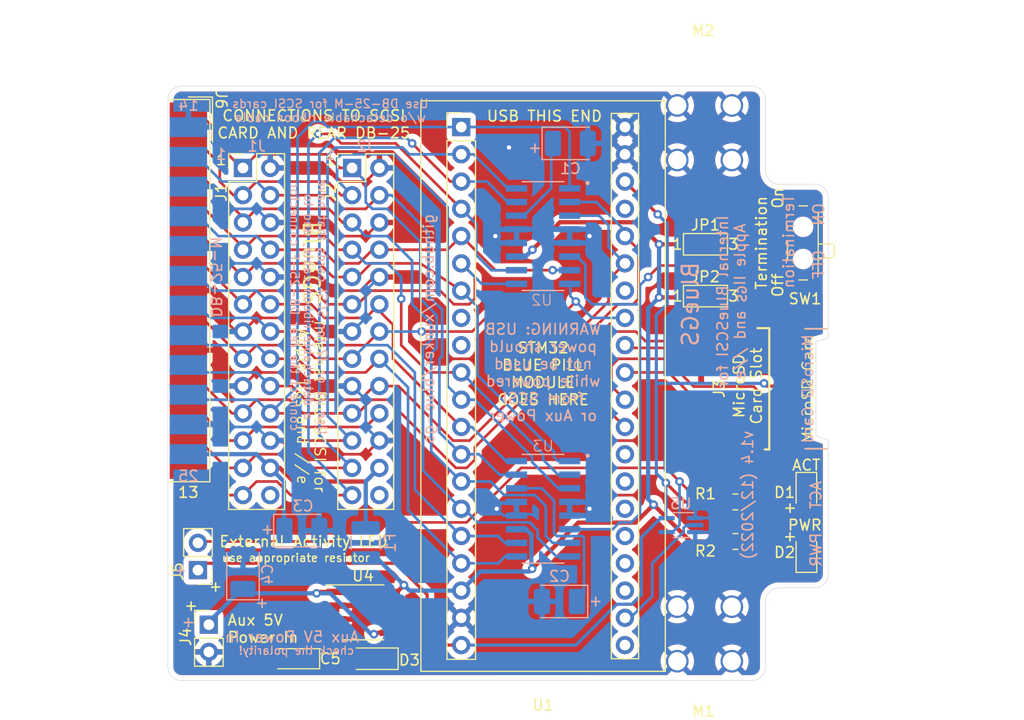
<source format=kicad_pcb>
(kicad_pcb (version 20211014) (generator pcbnew)
  (layers (0 "F.Cu" signal) (31 "B.Cu" signal) (34 "B.Paste" user) (35 "F.Paste" user) (36 "B.SilkS" user "B.Silkscreen") (37 "F.SilkS" user "F.Silkscreen") (38 "B.Mask" user) (39 "F.Mask" user) (44 "Edge.Cuts" user))
  (net 0 "")
  (net 12 "+5V")
  (net 13 "GND")
  (net 14 "/SCSI_DB4")
  (net 15 "/SCSI_DB2")
  (net 16 "/SCSI_DB1")
  (net 17 "/SCSI_DBP")
  (net 18 "/SCSI_SEL")
  (net 19 "/SCSI_ATN")
  (net 20 "/SCSI_C_D")
  (net 21 "/SCSI_DB7")
  (net 22 "/SCSI_DB6")
  (net 23 "/SCSI_DB5")
  (net 24 "/SCSI_DB3")
  (net 25 "/SCSI_DB0")
  (net 26 "/SCSI_BSY")
  (net 27 "/SCSI_ACK")
  (net 28 "/SCSI_RST")
  (net 29 "/SCSI_I_O")
  (net 30 "/SCSI_MSG")
  (net 31 "/SCSI_REQ")
  (net 32 "/SD_MISO")
  (net 33 "/SD_CSK")
  (net 34 "+3V3")
  (net 35 "/SD_MOSI")
  (net 36 "/SD_CS")
  (net 39 "Net-(D2-Pad2)")
  (net 40 "Net-(C1-Pad1)")
  (net 41 "Net-(C2-Pad1)")
  (net 42 "/TERM_DISC")
  (net 43 "Net-(D1-Pad1)")
  (net 44 "/DEBUG_RX")
  (net 45 "/DEBUG_TX")
  (net 46 "/+5V_AUX")
  (net 47 "Net-(C5-Pad1)")
  (net 48 "/TERM_EN")
  (net 49 "/TERM_DIS")
  (net 50 "/DISK_ACT")
  (net 51 "/SCSI_TERMPWR")
  (net 52 "Net-(D1-Pad2)")
  (footprint "my library:YAAJ_BluePill_2" (layer "F.Cu") (at 152.4 50.8)
    (fp_text reference "U1")
    (fp_text value "YAAJ_BluePill" hide)
  )
  (footprint "Button_Switch_SMD:SW_SPDT_PCM12" (layer "F.Cu") (at 183.896 61.595 90)
    (fp_text reference "SW1")
    (fp_text value "SW_SPDT")
  )
  (footprint "Resistor_SMD:R_0805_2012Metric_Pad1.20x1.40mm_HandSolder" (layer "F.Cu") (at 177.927 89.408 180)
    (fp_text reference "R2")
    (fp_text value "1K")
  )
  (footprint "LED_SMD:LED_0805_2012Metric_Pad1.15x1.40mm_HandSolder" (layer "F.Cu") (at 184.531 84.836 -90)
    (fp_text reference "D1")
    (fp_text value "LED")
  )
  (footprint "Jumper:SolderJumper-3_P1.3mm_Open_Pad1.0x1.5mm_NumberLabels" (layer "F.Cu") (at 175.133 66.548)
    (fp_text reference "JP2")
    (fp_text value "Jumper_3_Open")
  )
  (footprint "Jumper:SolderJumper-3_P1.3mm_Open_Pad1.0x1.5mm_NumberLabels" (layer "F.Cu") (at 175.133 61.722)
    (fp_text reference "JP1")
    (fp_text value "Jumper_3_Open")
  )
  (footprint "Resistor_SMD:R_0805_2012Metric_Pad1.20x1.40mm_HandSolder" (layer "F.Cu") (at 177.927 85.725)
    (fp_text reference "R1")
    (fp_text value "100")
  )
  (footprint "Connector_PinHeader_2.54mm:PinHeader_2x13_P2.54mm_Vertical" (layer "F.Cu") (at 132.08 54.61)
    (fp_text reference "J1")
    (fp_text value "Conn_02x13_Odd_Even")
  )
  (footprint "Connector_PinHeader_2.54mm:PinHeader_2x13_P2.54mm_Vertical" (layer "F.Cu") (at 142.24 54.61)
    (fp_text reference "J2")
    (fp_text value "Conn_02x13_Odd_Even")
  )
  (footprint "Connector_PinHeader_2.54mm:PinHeader_1x02_P2.54mm_Vertical" (layer "F.Cu") (at 128.905 97.155)
    (fp_text reference "J4")
    (fp_text value "Conn_01x02_Male")
  )
  (footprint "Connector_PinHeader_2.54mm:PinHeader_1x02_P2.54mm_Vertical" (layer "F.Cu") (at 127.889 92.075 180)
    (fp_text reference "J5")
    (fp_text value "Conn_01x02_Male")
  )
  (footprint "my library:keystone-7774" (layer "F.Cu") (at 180.771 100.561 180)
    (fp_text reference "M1")
    (fp_text value "Screw_Terminal_01x01")
  )
  (footprint "my library:keystone-7774" (layer "F.Cu") (at 180.771 53.871 180)
    (fp_text reference "M2")
    (fp_text value "Screw_Terminal_01x01")
  )
  (footprint "LED_SMD:LED_0805_2012Metric_Pad1.15x1.40mm_HandSolder" (layer "F.Cu") (at 184.531 90.424 90)
    (fp_text reference "D2")
    (fp_text value "LED")
  )
  (footprint "Molex 105162-0001:105162-0001" (layer "F.Cu") (at 174.625 75.184 90)
    (fp_text reference "J3")
    (fp_text value "105162-0001")
  )
  (footprint "Connector_Dsub:DSUB-25_Male_EdgeMount_P2.77mm" (layer "F.Cu") (at 127 66.04 -90)
    (fp_text reference "J6")
    (fp_text value "DB25_Male")
  )
  (footprint "Diode_SMD:D_SOD-123" (layer "F.Cu") (at 144.272 100.33 180)
    (fp_text reference "D3")
    (fp_text value "Zener 5.6v")
  )
  (footprint "Capacitor_Tantalum_SMD:CP_EIA-3216-10_Kemet-I" (layer "F.Cu") (at 136.906 100.33 180)
    (fp_text reference "C5")
    (fp_text value "0.1uF")
  )
  (footprint "Package_SO:SOIC-8_3.9x4.9mm_P1.27mm" (layer "F.Cu") (at 143.256 96.012)
    (fp_text reference "U4")
    (fp_text value "UCC3916")
  )
  (footprint "Capacitor_Tantalum_SMD:CP_EIA-3528-21_Kemet-B_Pad1.50x2.35mm_HandSolder" (layer "B.Cu") (at 162.56 52.324)
    (fp_text reference "C1")
    (fp_text value "2.2uF, 6.3v")
  )
  (footprint "my library:SOIC127P600X175-16N" (layer "B.Cu") (at 160.02 86.36 180)
    (fp_text reference "U3")
    (fp_text value "UC560x, UCC56xx")
  )
  (footprint "Capacitor_Tantalum_SMD:CP_EIA-3528-21_Kemet-B_Pad1.50x2.35mm_HandSolder" (layer "B.Cu") (at 137.567 88.392)
    (fp_text reference "C3")
    (fp_text value "4.7uF, 6.3v")
  )
  (footprint "Capacitor_Tantalum_SMD:CP_EIA-3528-21_Kemet-B_Pad1.50x2.35mm_HandSolder" (layer "B.Cu") (at 161.544 94.996 180)
    (fp_text reference "C2")
    (fp_text value "2.2uF, 6.3v")
  )
  (footprint "my library:SOIC127P600X175-16N" (layer "B.Cu") (at 160.02 60.96 180)
    (fp_text reference "U2")
    (fp_text value "UC560x, UCC56xx")
  )
  (footprint "Fuse:Fuse_1210_3225Metric" (layer "B.Cu") (at 143.51 89.535 90)
    (fp_text reference "F1")
    (fp_text value "Fuse")
  )
  (footprint "Package_TO_SOT_SMD:SOT-353_SC-70-5_Handsoldering" (layer "B.Cu") (at 172.847 87.884 180)
    (fp_text reference "U5")
    (fp_text value "NL17SZ07DFT2G")
  )
  (footprint "Capacitor_Tantalum_SMD:CP_EIA-3528-21_Kemet-B_Pad1.50x2.35mm_HandSolder" (layer "B.Cu") (at 132.08 92.202 90)
    (fp_text reference "C4")
    (fp_text value "1uF")
  )
  (gr_line (start 184.404 69.596) (end 186.436 69.596) (layer "B.SilkS") (width 0.15))
  (gr_line (start 184.404 80.772) (end 186.436 80.772) (layer "B.SilkS") (width 0.15))
  (gr_line (start 184.404 80.772) (end 186.436 80.772) (layer "F.SilkS") (width 0.15))
  (gr_line (start 184.404 69.596) (end 186.436 69.596) (layer "F.SilkS") (width 0.15))
  (gr_line (start 186.563 79.9465) (end 186.563 92.456) (layer "Edge.Cuts") (width 0.05))
  (gr_line (start 125.095 101.092) (end 125.095 48.26) (layer "Edge.Cuts") (width 0.05))
  (gr_line (start 181.991 56.134) (end 185.293 56.134) (layer "Edge.Cuts") (width 0.05))
  (gr_line (start 180.721 94.996) (end 180.721 101.092) (layer "Edge.Cuts") (width 0.05))
  (gr_arc (start 185.293 56.134) (mid 186.191026 56.505974) (end 186.563 57.404) (layer "Edge.Cuts") (width 0.05))
  (gr_arc (start 186.563 92.456) (mid 186.191026 93.354026) (end 185.293 93.726) (layer "Edge.Cuts") (width 0.05))
  (gr_arc (start 181.991 56.134) (mid 181.092974 55.762026) (end 180.721 54.864) (layer "Edge.Cuts") (width 0.05))
  (gr_line (start 180.721 48.26) (end 180.721 54.864) (layer "Edge.Cuts") (width 0.05))
  (gr_arc (start 180.721 94.996) (mid 181.092974 94.097974) (end 181.991 93.726) (layer "Edge.Cuts") (width 0.05))
  (gr_line (start 181.991 93.726) (end 185.293 93.726) (layer "Edge.Cuts") (width 0.05))
  (gr_line (start 126.365 46.99) (end 179.451 46.99) (layer "Edge.Cuts") (width 0.05))
  (gr_line (start 179.451 102.362) (end 126.365 102.362) (layer "Edge.Cuts") (width 0.05))
  (gr_arc (start 126.365 102.362) (mid 125.466974 101.990026) (end 125.095 101.092) (layer "Edge.Cuts") (width 0.05))
  (gr_line (start 185.42 70.7644) (end 185.42 79.5655) (layer "Edge.Cuts") (width 0.05))
  (gr_arc (start 180.721 101.092) (mid 180.349026 101.990026) (end 179.451 102.362) (layer "Edge.Cuts") (width 0.05))
  (gr_arc (start 125.095 48.26) (mid 125.466974 47.361974) (end 126.365 46.99) (layer "Edge.Cuts") (width 0.05))
  (gr_line (start 186.563 57.404) (end 186.563 70.4596) (layer "Edge.Cuts") (width 0.05))
  (gr_line (start 185.42 70.7644) (end 186.563 70.4596) (layer "Edge.Cuts") (width 0.05))
  (gr_arc (start 179.451 46.99) (mid 180.349026 47.361974) (end 180.721 48.26) (layer "Edge.Cuts") (width 0.05))
  (gr_line (start 186.563 79.9465) (end 185.42 79.5655) (layer "Edge.Cuts") (width 0.05))
  (gr_text "CC BY-SA-NC/4.0" (at 160.02 100.838) (layer "F.Cu") (effects (font (size 0.5 0.5) (thickness 0.1))))
  (gr_text "ACT" (at 185.42 85.09 90) (layer "B.SilkS") (effects (font (size 1 1)) (justify mirror)))
  (gr_text "PWR" (at 185.42 90.17 90) (layer "B.SilkS") (effects (font (size 1 1)) (justify mirror)))
  (gr_text "ON   OFF" (at 185.674 61.468 90) (layer "B.SilkS") (effects (font (size 1 1)) (justify mirror)))
  (gr_text "github.com/xunker/blue-gs" (at 149.352 69.596 90) (layer "B.SilkS") (effects (font (size 1 1)) (justify mirror)))
  (gr_text "Internal BlueSCSI for\nApple II_{GS} and //e" (at 177.546 67.056 90) (layer "B.SilkS") (effects (font (size 1 1)) (justify mirror)))
  (gr_text "+" (at 134.366 88.392 -180) (layer "B.SilkS") (effects (font (size 1 1)) (justify mirror)))
  (gr_text "Termination" (at 182.88 61.468 90) (layer "B.SilkS") (effects (font (size 1 1)) (justify mirror)))
  (gr_text "Use J1 or J2 for SCSI cards that have\na detachable ribbon cable, and to\nconnect the rear DB-25-F connector" (at 138.176 67.564 270) (layer "B.SilkS") (effects (font (size 0.8 0.8) (thickness 0.125)) (justify mirror)))
  (gr_text "Use DB-25-M for SCSI cards\nw/o detachable ribbon cable" (at 140.208 49.276) (layer "B.SilkS") (effects (font (size 0.8 0.8) (thickness 0.125)) (justify mirror)))
  (gr_text "J2" (at 143.51 52.578) (layer "B.SilkS") (effects (font (size 1 1)) (justify mirror)))
  (gr_text "+" (at 133.858 95.25 -180) (layer "B.SilkS") (effects (font (size 1 1)) (justify mirror)))
  (gr_text "BlueGS" (at 173.736 67.31 90) (layer "B.SilkS") (effects (font (size 1.5 1.5) (thickness 0.2)) (justify mirror)))
  (gr_text "MicroSD Card" (at 184.658 75.184 90) (layer "B.SilkS") (effects (font (size 1 1) (thickness 0.125)) (justify mirror)))
  (gr_text "check the polarity!" (at 142.494 99.568) (layer "B.SilkS") (effects (font (size 0.75 0.75) (thickness 0.125)) (justify left mirror)))
  (gr_text "Aux 5V Power In" (at 130.302 98.298) (layer "B.SilkS") (effects (font (size 1 1)) (justify right mirror)))
  (gr_text "DB-25-M" (at 129.54 64.77 270) (layer "B.SilkS") (effects (font (size 1 1)) (justify mirror)))
  (gr_text "+" (at 159.258 52.705) (layer "B.SilkS") (effects (font (size 1 1)) (justify mirror)))
  (gr_text "+" (at 164.846 94.996 90) (layer "B.SilkS") (effects (font (size 1 1)) (justify mirror)))
  (gr_text "+" (at 127 97.028 -180) (layer "B.SilkS") (effects (font (size 1 1)) (justify mirror)))
  (gr_text "1" (at 140.208 53.34) (layer "B.SilkS") (effects (font (size 1 1)) (justify mirror)))
  (gr_text "14" (at 127 48.768) (layer "B.SilkS") (effects (font (size 1 1)) (justify mirror)))
  (gr_text "25" (at 127 83.312) (layer "B.SilkS") (effects (font (size 1 1)) (justify mirror)))
  (gr_text "WARNING: USB\npower should\nnot be used\nwhile powered\nfrom SCSI\nor Aux Power" (at 160.02 73.66) (layer "B.SilkS") (effects (font (size 1 1)) (justify mirror)))
  (gr_text "v1.4 (12/2022)" (at 179.07 85.09 90) (layer "B.SilkS") (effects (font (size 1 1)) (justify mirror)))
  (gr_text "J1" (at 133.35 52.578) (layer "B.SilkS") (effects (font (size 1 1)) (justify mirror)))
  (gr_text "+" (at 126.238 92.202 -180) (layer "B.SilkS") (effects (font (size 1 1)) (justify mirror)))
  (gr_text "1" (at 130.048 53.34) (layer "B.SilkS") (effects (font (size 1 1)) (justify mirror)))
  (gr_text "Aux 5V\nPower In" (at 130.556 97.536) (layer "F.SilkS") (effects (font (size 1 1)) (justify left)))
  (gr_text "BlueGS" (at 138.43 63.5 270) (layer "F.SilkS") (effects (font (size 1.5 1.5) (thickness 0.2))))
  (gr_text "+" (at 129.54 93.726 180) (layer "F.SilkS") (effects (font (size 1 1))))
  (gr_text "Internal BlueSCSI for\nApple II_{GS} and //e\n" (at 138.43 76.835 270) (layer "F.SilkS") (effects (font (size 1 1) (thickness 0.125))))
  (gr_text "PWR" (at 186.055 87.884) (layer "F.SilkS") (effects (font (size 1 1)) (justify right)))
  (gr_text "External Activity LED" (at 129.794 89.408) (layer "F.SilkS") (effects (font (size 1 1)) (justify left)))
  (gr_text "+" (at 183.007 88.9) (layer "F.SilkS") (effects (font (size 1 1))))
  (gr_text "MicroSD\nCard Slot" (at 179.07 74.93 90) (layer "F.SilkS") (effects (font (size 1 1))))
  (gr_text "MicroSD Card" (at 184.658 75.184 90) (layer "F.SilkS") (effects (font (size 1 1) (thickness 0.125))))
  (gr_text "CONNECTIONS TO SCSI\nCARD AND REAR DB-25" (at 138.684 50.546) (layer "F.SilkS") (effects (font (size 1 1))))
  (gr_text "On" (at 181.864 57.404 90) (layer "F.SilkS") (effects (font (size 1 1))))
  (gr_text "Termination" (at 180.34 61.595 90) (layer "F.SilkS") (effects (font (size 1 1))))
  (gr_text "STM32\nBLUE PILL\nMODULE\nGOES HERE" (at 160.02 73.787) (layer "F.SilkS") (effects (font (size 1 1))))
  (gr_text "USB THIS END" (at 160.147 49.784) (layer "F.SilkS") (effects (font (size 1 1))))
  (gr_text "use appropriate resistor" (at 130.048 90.932) (layer "F.SilkS") (effects (font (size 0.75 0.75) (thickness 0.125)) (justify left)))
  (gr_text "+" (at 127.254 95.504 180) (layer "F.SilkS") (effects (font (size 1 1))))
  (gr_text "+" (at 183.007 86.233) (layer "F.SilkS") (effects (font (size 1 1))))
  (gr_text "13" (at 127 84.836) (layer "F.SilkS") (effects (font (size 1 1))))
  (gr_text "1" (at 130.048 53.848) (layer "F.SilkS") (effects (font (size 1 1))))
  (gr_text "ACT" (at 185.928 82.296) (layer "F.SilkS") (effects (font (size 1 1)) (justify right)))
  (gr_text "1" (at 140.208 53.848) (layer "F.SilkS") (effects (font (size 1 1))))
  (gr_text "Off" (at 181.864 65.532 90) (layer "F.SilkS") (effects (font (size 1 1))))
  (segment (start 173.736 89.408) (end 170.307 85.979) (width 0.4) (layer "F.Cu") (net 12))
  (segment (start 159.02532 62.233641) (end 161.58796 59.671001) (width 0.4) (layer "F.Cu") (net 12))
  (segment (start 163.301511 87.650489) (end 168.635511 87.650489) (width 0.4) (layer "F.Cu") (net 12))
  (segment (start 159.004 91.948) (end 163.301511 87.650489) (width 0.4) (layer "F.Cu") (net 12))
  (segment (start 146.431 94.107) (end 145.731 94.107) (width 0.4) (layer "F.Cu") (net 12))
  (segment (start 176.927 89.408) (end 173.736 89.408) (width 0.4) (layer "F.Cu") (net 12))
  (segment (start 161.58796 59.671001) (end 168.764001 59.671001) (width 0.4) (layer "F.Cu") (net 12))
  (segment (start 168.764001 59.671001) (end 170.815 61.722) (width 0.4) (layer "F.Cu") (net 12))
  (segment (start 168.635511 87.650489) (end 170.307 85.979) (width 0.4) (layer "F.Cu") (net 12))
  (segment (start 173.579 66.675) (end 170.814998 66.675) (width 0.4) (layer "F.Cu") (net 12))
  (segment (start 173.833 61.722) (end 170.815 61.722) (width 0.4) (layer "F.Cu") (net 12))
  (segment (start 173.833 66.421) (end 173.579 66.675) (width 0.4) (layer "F.Cu") (net 12))
  (segment (start 147.066 93.472) (end 146.431 94.107) (width 0.4) (layer "F.Cu") (net 12))
  (via (at 147.066 93.472) (size 0.8) (drill 0.4) (layers "F.Cu" "B.Cu") (net 12))
  (via (at 170.815 61.722) (size 0.8) (drill 0.4) (layers "F.Cu" "B.Cu") (net 12))
  (via (at 170.307 85.979) (size 0.8) (drill 0.4) (layers "F.Cu" "B.Cu") (net 12))
  (via (at 159.02532 62.233641) (size 0.8) (drill 0.4) (layers "F.Cu" "B.Cu") (net 12))
  (via (at 159.004 91.948) (size 0.8) (drill 0.4) (layers "F.Cu" "B.Cu") (net 12))
  (via (at 170.814998 66.675) (size 0.8) (drill 0.4) (layers "F.Cu" "B.Cu") (net 12))
  (segment (start 158.4265 88.265) (end 157.545 88.265) (width 0.4) (layer "B.Cu") (net 12))
  (segment (start 159.004 91.948) (end 158.929511 91.873511) (width 0.4) (layer "B.Cu") (net 12))
  (segment (start 157.545 62.865) (end 158.393961 62.865) (width 0.4) (layer "B.Cu") (net 12))
  (segment (start 154.178 92.202) (end 152.4 93.98) (width 0.4) (layer "B.Cu") (net 12))
  (segment (start 147.574 93.98) (end 152.4 93.98) (width 0.4) (layer "B.Cu") (net 12))
  (segment (start 169.799 85.471) (end 170.307 85.979) (width 0.4) (layer "B.Cu") (net 12))
  (segment (start 158.393961 62.865) (end 159.02532 62.233641) (width 0.4) (layer "B.Cu") (net 12))
  (segment (start 158.929511 88.768011) (end 158.4265 88.265) (width 0.4) (layer "B.Cu") (net 12))
  (segment (start 144.529 90.935) (end 143.51 90.935) (width 0.4) (layer "B.Cu") (net 12))
  (segment (start 170.814998 61.722002) (end 170.815 61.722) (width 0.4) (layer "B.Cu") (net 12))
  (segment (start 147.066 93.472) (end 147.574 93.98) (width 0.4) (layer "B.Cu") (net 12))
  (segment (start 158.929511 91.873511) (end 158.929511 88.768011) (width 0.4) (layer "B.Cu") (net 12))
  (segment (start 158.75 92.202) (end 154.178 92.202) (width 0.4) (layer "B.Cu") (net 12))
  (segment (start 147.066 93.472) (end 144.529 90.935) (width 0.4) (layer "B.Cu") (net 12))
  (segment (start 169.799 67.690998) (end 169.799 85.471) (width 0.4) (layer "B.Cu") (net 12))
  (segment (start 170.814998 66.675) (end 170.814998 61.722002) (width 0.4) (layer "B.Cu") (net 12))
  (segment (start 170.814998 66.675) (end 169.799 67.690998) (width 0.4) (layer "B.Cu") (net 12))
  (segment (start 159.004 91.948) (end 158.75 92.202) (width 0.4) (layer "B.Cu") (net 12))
  (segment (start 134.62 64.77) (end 138.938 64.77) (width 0.25) (layer "F.Cu") (net 13))
  (segment (start 143.002 66.04) (end 144.272 64.77) (width 0.25) (layer "F.Cu") (net 13))
  (segment (start 138.938 64.77) (end 140.208 66.04) (width 0.25) (layer "F.Cu") (net 13))
  (segment (start 140.208 66.04) (end 143.002 66.04) (width 0.25) (layer "F.Cu") (net 13))
  (segment (start 144.272 64.77) (end 144.78 64.77) (width 0.25) (layer "F.Cu") (net 13))
  (segment (start 134.62 54.61) (end 139.954 54.61) (width 0.25) (layer "F.Cu") (net 13))
  (segment (start 139.954 54.61) (end 141.224 55.88) (width 0.25) (layer "F.Cu") (net 13))
  (segment (start 141.224 55.88) (end 143.51 55.88) (width 0.25) (layer "F.Cu") (net 13))
  (segment (start 143.51 55.88) (end 144.78 54.61) (width 0.25) (layer "F.Cu") (net 13))
  (segment (start 132.08 69.85) (end 133.35 68.58) (width 0.25) (layer "F.Cu") (net 13))
  (segment (start 138.176 68.58) (end 139.446 69.85) (width 0.25) (layer "F.Cu") (net 13))
  (segment (start 133.35 68.58) (end 138.176 68.58) (width 0.25) (layer "F.Cu") (net 13))
  (segment (start 139.446 69.85) (end 142.24 69.85) (width 0.25) (layer "F.Cu") (net 13))
  (segment (start 142.24 74.93) (end 138.176 74.93) (width 0.25) (layer "F.Cu") (net 13))
  (segment (start 138.176 74.93) (end 136.906 73.66) (width 0.25) (layer "F.Cu") (net 13))
  (segment (start 136.906 73.66) (end 133.35 73.66) (width 0.25) (layer "F.Cu") (net 13))
  (segment (start 133.35 73.66) (end 132.08 74.93) (width 0.25) (layer "F.Cu") (net 13))
  (segment (start 134.62 80.01) (end 135.636 80.01) (width 0.25) (layer "F.Cu") (net 13))
  (segment (start 135.636 80.01) (end 136.906 81.28) (width 0.25) (layer "F.Cu") (net 13))
  (segment (start 136.906 81.28) (end 143.51 81.28) (width 0.25) (layer "F.Cu") (net 13))
  (segment (start 143.51 81.28) (end 144.78 80.01) (width 0.25) (layer "F.Cu") (net 13))
  (segment (start 134.62 59.69) (end 139.954 59.69) (width 0.25) (layer "F.Cu") (net 13))
  (segment (start 141.224 60.96) (end 143.51 60.96) (width 0.25) (layer "F.Cu") (net 13))
  (segment (start 139.954 59.69) (end 141.224 60.96) (width 0.25) (layer "F.Cu") (net 13))
  (segment (start 143.51 60.96) (end 144.78 59.69) (width 0.25) (layer "F.Cu") (net 13))
  (segment (start 168.656 80.01) (end 166.624 80.01) (width 0.25) (layer "F.Cu") (net 13))
  (segment (start 131.445 69.85) (end 130.175 68.58) (width 0.25) (layer "F.Cu") (net 13))
  (segment (start 166.624 85.09) (end 168.656 85.09) (width 0.25) (layer "F.Cu") (net 13))
  (segment (start 130.175 68.58) (end 130.175 67.31) (width 0.25) (layer "F.Cu") (net 13))
  (segment (start 153.416 72.39) (end 151.384 72.39) (width 0.25) (layer "F.Cu") (net 13))
  (segment (start 130.175 67.31) (end 128.905 66.04) (width 0.25) (layer "F.Cu") (net 13))
  (segment (start 132.08 69.85) (end 131.445 69.85) (width 0.25) (layer "F.Cu") (net 13))
  (segment (start 128.905 66.04) (end 127 66.04) (width 0.25) (layer "F.Cu") (net 13))
  (via (at 164.338 86.36) (size 0.8) (drill 0.4) (layers "F.Cu" "B.Cu") (net 13))
  (via (at 156.845 52.705) (size 0.8) (drill 0.4) (layers "F.Cu" "B.Cu") (net 13))
  (via (at 164.338 60.96) (size 0.8) (drill 0.4) (layers "F.Cu" "B.Cu") (net 13))
  (via (at 155.575 60.96) (size 0.8) (drill 0.4) (layers "F.Cu" "B.Cu") (net 13))
  (via (at 155.702 86.36) (size 0.8) (drill 0.4) (layers "F.Cu" "B.Cu") (net 13))
  (segment (start 142.24 74.93) (end 143.51 76.2) (width 0.25) (layer "B.Cu") (net 13))
  (segment (start 143.51 76.2) (end 143.51 78.74) (width 0.25) (layer "B.Cu") (net 13))
  (segment (start 143.51 78.74) (end 144.78 80.01) (width 0.25) (layer "B.Cu") (net 13))
  (segment (start 144.78 64.77) (end 143.51 66.04) (width 0.25) (layer "B.Cu") (net 13))
  (segment (start 143.51 66.04) (end 143.51 68.58) (width 0.25) (layer "B.Cu") (net 13))
  (segment (start 176.134 87.234) (end 176.276 87.376) (width 0.25) (layer "B.Cu") (net 13))
  (segment (start 134.62 80.01) (end 133.35 78.74) (width 0.25) (layer "B.Cu") (net 13))
  (segment (start 174.197 88.58) (end 174.197 91.393) (width 0.25) (layer "B.Cu") (net 13))
  (segment (start 143.51 68.58) (end 143.4465 68.6435) (width 0.25) (layer "B.Cu") (net 13))
  (segment (start 157.545 60.325) (end 162.495 60.325) (width 0.25) (layer "B.Cu") (net 13))
  (segment (start 130.175 78.74) (end 129.94 78.505) (width 0.25) (layer "B.Cu") (net 13))
  (segment (start 176.276 88.646) (end 176.276 88.9) (width 0.25) (layer "B.Cu") (net 13))
  (segment (start 129.54 62.23) (end 127.345 62.23) (width 0.25) (layer "B.Cu") (net 13))
  (segment (start 127.345 62.23) (end 127 61.885) (width 0.25) (layer "B.Cu") (net 13))
  (segment (start 130.175 58.42) (end 130.175 57.15) (width 0.25) (layer "B.Cu") (net 13))
  (segment (start 134.62 59.69) (end 133.35 58.42) (width 0.25) (layer "B.Cu") (net 13))
  (segment (start 156.337 85.725) (end 157.545 85.725) (width 0.25) (layer "B.Cu") (net 13))
  (segment (start 156.337 86.995) (end 157.545 86.995) (width 0.25) (layer "B.Cu") (net 13))
  (segment (start 143.4465 68.6435) (end 142.24 69.85) (width 0.25) (layer "B.Cu") (net 13))
  (segment (start 174.177 87.234) (end 176.134 87.234) (width 0.25) (layer "B.Cu") (net 13))
  (segment (start 133.35 78.74) (end 130.175 78.74) (width 0.25) (layer "B.Cu") (net 13))
  (segment (start 134.62 64.77) (end 133.35 63.5) (width 0.25) (layer "B.Cu") (net 13))
  (segment (start 130.175 57.15) (end 129.37 56.345) (width 0.25) (layer "B.Cu") (net 13))
  (segment (start 176.276 87.376) (end 176.276 88.9) (width 0.25) (layer "B.Cu") (net 13))
  (segment (start 157.545 85.725) (end 157.545 86.995) (width 0.25) (layer "B.Cu") (net 13))
  (segment (start 174.197 91.393) (end 174.197 93.745) (width 0.25) (layer "B.Cu") (net 13))
  (segment (start 174.177 88.534) (end 176.164 88.534) (width 0.25) (layer "B.Cu") (net 13))
  (segment (start 155.702 86.36) (end 156.337 85.725) (width 0.25) (layer "B.Cu") (net 13))
  (segment (start 176.276 88.9) (end 176.276 89.314) (width 0.25) (layer "B.Cu") (net 13))
  (segment (start 176.164 88.534) (end 176.276 88.646) (width 0.25) (layer "B.Cu") (net 13))
  (segment (start 129.37 56.345) (end 127 56.345) (width 0.25) (layer "B.Cu") (net 13))
  (segment (start 130.81 63.5) (end 129.54 62.23) (width 0.25) (layer "B.Cu") (net 13))
  (segment (start 174.197 93.745) (end 172.461 95.481) (width 0.25) (layer "B.Cu") (net 13))
  (segment (start 133.35 63.5) (end 130.81 63.5) (width 0.25) (layer "B.Cu") (net 13))
  (segment (start 129.94 78.505) (end 127 78.505) (width 0.25) (layer "B.Cu") (net 13))
  (segment (start 133.35 58.42) (end 130.175 58.42) (width 0.25) (layer "B.Cu") (net 13))
  (segment (start 155.702 86.36) (end 156.337 86.995) (width 0.25) (layer "B.Cu") (net 13))
  (segment (start 176.276 89.314) (end 174.197 91.393) (width 0.25) (layer "B.Cu") (net 13))
  (segment (start 134.62 77.47) (end 136.144 77.47) (width 0.25) (layer "F.Cu") (net 14))
  (segment (start 136.144 77.47) (end 137.414 78.74) (width 0.25) (layer "F.Cu") (net 14))
  (segment (start 137.414 78.74) (end 143.51 78.74) (width 0.25) (layer "F.Cu") (net 14))
  (segment (start 143.51 78.74) (end 144.78 77.47) (width 0.25) (layer "F.Cu") (net 14))
  (segment (start 137.16 74.93) (end 137.16 51.758998) (width 0.25) (layer "B.Cu") (net 14))
  (segment (start 127.465 76.2) (end 133.35 76.2) (width 0.25) (layer "B.Cu") (net 14))
  (segment (start 152.4 50.8) (end 162.052 50.8) (width 0.25) (layer "B.Cu") (net 14))
  (segment (start 139.954 50.8) (end 152.4 50.8) (width 0.25) (layer "B.Cu") (net 14))
  (segment (start 139.446 50.292) (end 139.954 50.8) (width 0.25) (layer "B.Cu") (net 14))
  (segment (start 162.495 51.243) (end 162.495 56.515) (width 0.25) (layer "B.Cu") (net 14))
  (segment (start 127 75.735) (end 127.465 76.2) (width 0.25) (layer "B.Cu") (net 14))
  (segment (start 162.052 50.8) (end 162.495 51.243) (width 0.25) (layer "B.Cu") (net 14))
  (segment (start 134.62 77.47) (end 137.16 74.93) (width 0.25) (layer "B.Cu") (net 14))
  (segment (start 133.35 76.2) (end 134.62 77.47) (width 0.25) (layer "B.Cu") (net 14))
  (segment (start 138.626998 50.292) (end 139.446 50.292) (width 0.25) (layer "B.Cu") (net 14))
  (segment (start 137.16 51.758998) (end 138.626998 50.292) (width 0.25) (layer "B.Cu") (net 14))
  (segment (start 136.62025 74.93) (end 137.89025 76.2) (width 0.25) (layer "F.Cu") (net 15))
  (segment (start 144.272 74.93) (end 144.78 74.93) (width 0.25) (layer "F.Cu") (net 15))
  (segment (start 137.89025 76.2) (end 143.002 76.2) (width 0.25) (layer "F.Cu") (net 15))
  (segment (start 134.62 74.93) (end 136.62025 74.93) (width 0.25) (layer "F.Cu") (net 15))
  (segment (start 143.002 76.2) (end 144.272 74.93) (width 0.25) (layer "F.Cu") (net 15))
  (segment (start 166.116 67.056) (end 166.116 65.024) (width 0.25) (layer "F.Cu") (net 15))
  (segment (start 151.638 80.01) (end 153.162 80.01) (width 0.25) (layer "F.Cu") (net 15))
  (segment (start 144.78 74.93) (end 146.558 74.93) (width 0.25) (layer "F.Cu") (net 15))
  (segment (start 166.116 65.024) (end 167.64 63.5) (width 0.25) (layer "F.Cu") (net 15))
  (segment (start 146.558 74.93) (end 151.638 80.01) (width 0.25) (layer "F.Cu") (net 15))
  (segment (start 153.162 80.01) (end 166.116 67.056) (width 0.25) (layer "F.Cu") (net 15))
  (segment (start 166.116 59.944) (end 166.116 61.976) (width 0.25) (layer "B.Cu") (net 15))
  (segment (start 127 72.965) (end 127.695 73.66) (width 0.25) (layer "B.Cu") (net 15))
  (segment (start 162.495 59.055) (end 165.227 59.055) (width 0.25) (layer "B.Cu") (net 15))
  (segment (start 133.35 73.66) (end 134.62 74.93) (width 0.25) (layer "B.Cu") (net 15))
  (segment (start 165.227 59.055) (end 166.116 59.944) (width 0.25) (layer "B.Cu") (net 15))
  (segment (start 166.116 61.976) (end 167.64 63.5) (width 0.25) (layer "B.Cu") (net 15))
  (segment (start 127.695 73.66) (end 133.35 73.66) (width 0.25) (layer "B.Cu") (net 15))
  (segment (start 137.16 72.39) (end 138.43 73.66) (width 0.25) (layer "F.Cu") (net 16))
  (segment (start 138.43 73.66) (end 143.51 73.66) (width 0.25) (layer "F.Cu") (net 16))
  (segment (start 134.62 72.39) (end 137.16 72.39) (width 0.25) (layer "F.Cu") (net 16))
  (segment (start 143.51 73.66) (end 144.78 72.39) (width 0.25) (layer "F.Cu") (net 16))
  (segment (start 144.78 72.39) (end 147.447 75.057) (width 0.25) (layer "B.Cu") (net 16))
  (segment (start 156.464 90.805) (end 157.545 90.805) (width 0.25) (layer "B.Cu") (net 16))
  (segment (start 147.447 86.487) (end 152.4 91.44) (width 0.25) (layer "B.Cu") (net 16))
  (segment (start 152.4 91.44) (end 155.829 91.44) (width 0.25) (layer "B.Cu") (net 16))
  (segment (start 128.778 71.12) (end 133.35 71.12) (width 0.25) (layer "B.Cu") (net 16))
  (segment (start 147.447 75.057) (end 147.447 86.487) (width 0.25) (layer "B.Cu") (net 16))
  (segment (start 133.35 71.12) (end 134.62 72.39) (width 0.25) (layer "B.Cu") (net 16))
  (segment (start 127 70.195) (end 127.853 70.195) (width 0.25) (layer "B.Cu") (net 16))
  (segment (start 127.853 70.195) (end 128.778 71.12) (width 0.25) (layer "B.Cu") (net 16))
  (segment (start 155.829 91.44) (end 156.464 90.805) (width 0.25) (layer "B.Cu") (net 16))
  (segment (start 143.51 71.12) (end 144.78 69.85) (width 0.25) (layer "F.Cu") (net 17))
  (segment (start 134.62 69.85) (end 137.922 69.85) (width 0.25) (layer "F.Cu") (net 17))
  (segment (start 137.922 69.85) (end 139.192 71.12) (width 0.25) (layer "F.Cu") (net 17))
  (segment (start 139.192 71.12) (end 143.51 71.12) (width 0.25) (layer "F.Cu") (net 17))
  (segment (start 155.448 67.818) (end 162.306 67.818) (width 0.25) (layer "F.Cu") (net 17))
  (segment (start 153.416 69.85) (end 155.448 67.818) (width 0.25) (layer "F.Cu") (net 17))
  (segment (start 162.306 67.818) (end 163.068 67.056) (width 0.25) (layer "F.Cu") (net 17))
  (segment (start 148.717 69.85) (end 153.416 69.85) (width 0.25) (layer "F.Cu") (net 17))
  (via (at 163.068 67.056) (size 0.8) (drill 0.4) (layers "F.Cu" "B.Cu") (net 17))
  (via (at 148.717 69.85) (size 0.8) (drill 0.4) (layers "F.Cu" "B.Cu") (net 17))
  (segment (start 129.038 68.58) (end 133.35 68.58) (width 0.25) (layer "B.Cu") (net 17))
  (segment (start 127.883 67.425) (end 129.038 68.58) (width 0.25) (layer "B.Cu") (net 17))
  (segment (start 148.717 69.85) (end 144.78 69.85) (width 0.25) (layer "B.Cu") (net 17))
  (segment (start 163.068 67.056) (end 164.592 68.58) (width 0.25) (layer "B.Cu") (net 17))
  (segment (start 163.068 67.056) (end 162.56 66.548) (width 0.25) (layer "B.Cu") (net 17))
  (segment (start 127 67.425) (end 127.883 67.425) (width 0.25) (layer "B.Cu") (net 17))
  (segment (start 133.35 68.58) (end 134.62 69.85) (width 0.25) (layer "B.Cu") (net 17))
  (segment (start 164.592 68.58) (end 167.64 68.58) (width 0.25) (layer "B.Cu") (net 17))
  (segment (start 162.56 66.548) (end 162.56 65.532) (width 0.25) (layer "B.Cu") (net 17))
  (segment (start 134.62 67.31) (end 138.43 67.31) (width 0.25) (layer "F.Cu") (net 18))
  (segment (start 138.43 67.31) (end 139.7 68.58) (width 0.25) (layer "F.Cu") (net 18))
  (segment (start 139.7 68.58) (end 143.51 68.58) (width 0.25) (layer "F.Cu") (net 18))
  (segment (start 143.51 68.58) (end 144.78 67.31) (width 0.25) (layer "F.Cu") (net 18))
  (segment (start 144.78 67.31) (end 144.78 67.945) (width 0.25) (layer "F.Cu") (net 18))
  (segment (start 146.05 72.39) (end 152.4 78.74) (width 0.25) (layer "F.Cu") (net 18))
  (segment (start 144.78 67.945) (end 146.05 69.215) (width 0.25) (layer "F.Cu") (net 18))
  (segment (start 146.05 69.215) (end 146.05 72.39) (width 0.25) (layer "F.Cu") (net 18))
  (segment (start 153.385 78.74) (end 156.56 81.915) (width 0.25) (layer "B.Cu") (net 18))
  (segment (start 156.56 81.915) (end 157.545 81.915) (width 0.25) (layer "B.Cu") (net 18))
  (segment (start 127.901 64.655) (end 129.286 66.04) (width 0.25) (layer "B.Cu") (net 18))
  (segment (start 133.35 66.04) (end 134.62 67.31) (width 0.25) (layer "B.Cu") (net 18))
  (segment (start 129.286 66.04) (end 133.35 66.04) (width 0.25) (layer "B.Cu") (net 18))
  (segment (start 152.4 78.74) (end 153.385 78.74) (width 0.25) (layer "B.Cu") (net 18))
  (segment (start 127 64.655) (end 127.901 64.655) (width 0.25) (layer "B.Cu") (net 18))
  (segment (start 144.14359 62.23) (end 144.78 62.23) (width 0.25) (layer "F.Cu") (net 19))
  (segment (start 140.716 63.5) (end 142.87359 63.5) (width 0.25) (layer "F.Cu") (net 19))
  (segment (start 134.62 62.23) (end 139.446 62.23) (width 0.25) (layer "F.Cu") (net 19))
  (segment (start 139.446 62.23) (end 140.716 63.5) (width 0.25) (layer "F.Cu") (net 19))
  (segment (start 142.87359 63.5) (end 144.14359 62.23) (width 0.25) (layer "F.Cu") (net 19))
  (segment (start 144.78 62.23) (end 151.13 62.23) (width 0.25) (layer "F.Cu") (net 19))
  (segment (start 152.4 60.96) (end 155.575 64.135) (width 0.25) (layer "F.Cu") (net 19))
  (segment (start 155.575 64.135) (end 160.909 64.135) (width 0.25) (layer "F.Cu") (net 19))
  (segment (start 151.13 62.23) (end 152.4 60.96) (width 0.25) (layer "F.Cu") (net 19))
  (via (at 160.909 64.135) (size 0.8) (drill 0.4) (layers "F.Cu" "B.Cu") (net 19))
  (segment (start 162.495 64.135) (end 160.909 64.135) (width 0.25) (layer "B.Cu") (net 19))
  (segment (start 133.35 60.96) (end 134.62 62.23) (width 0.25) (layer "B.Cu") (net 19))
  (segment (start 127 59.115) (end 127.949 59.115) (width 0.25) (layer "B.Cu") (net 19))
  (segment (start 127.949 59.115) (end 129.794 60.96) (width 0.25) (layer "B.Cu") (net 19))
  (segment (start 129.794 60.96) (end 133.35 60.96) (width 0.25) (layer "B.Cu") (net 19))
  (segment (start 134.62 57.15) (end 139.954 57.15) (width 0.25) (layer "F.Cu") (net 20))
  (segment (start 139.954 57.15) (end 141.224 58.42) (width 0.25) (layer "F.Cu") (net 20))
  (segment (start 141.224 58.42) (end 143.51 58.42) (width 0.25) (layer "F.Cu") (net 20))
  (segment (start 143.51 58.42) (end 144.78 57.15) (width 0.25) (layer "F.Cu") (net 20))
  (segment (start 150.368 79.248) (end 152.4 81.28) (width 0.25) (layer "B.Cu") (net 20))
  (segment (start 133.35 55.88) (end 134.62 57.15) (width 0.25) (layer "B.Cu") (net 20))
  (segment (start 150.622 67.818) (end 150.622 72.136) (width 0.25) (layer "B.Cu") (net 20))
  (segment (start 145.923 57.15) (end 149.352 60.579) (width 0.25) (layer "B.Cu") (net 20))
  (segment (start 149.352 60.579) (end 149.352 66.548) (width 0.25) (layer "B.Cu") (net 20))
  (segment (start 149.352 66.548) (end 150.622 67.818) (width 0.25) (layer "B.Cu") (net 20))
  (segment (start 154.051 81.28) (end 155.956 83.185) (width 0.25) (layer "B.Cu") (net 20))
  (segment (start 127.816666 53.575) (end 130.121666 55.88) (width 0.25) (layer "B.Cu") (net 20))
  (segment (start 155.956 83.185) (end 157.545 83.185) (width 0.25) (layer "B.Cu") (net 20))
  (segment (start 130.121666 55.88) (end 133.35 55.88) (width 0.25) (layer "B.Cu") (net 20))
  (segment (start 150.368 72.39) (end 150.368 79.248) (width 0.25) (layer "B.Cu") (net 20))
  (segment (start 150.622 72.136) (end 150.368 72.39) (width 0.25) (layer "B.Cu") (net 20))
  (segment (start 152.4 81.28) (end 154.051 81.28) (width 0.25) (layer "B.Cu") (net 20))
  (segment (start 127 53.575) (end 127.816666 53.575) (width 0.25) (layer "B.Cu") (net 20))
  (segment (start 144.78 57.15) (end 145.923 57.15) (width 0.25) (layer "B.Cu") (net 20))
  (segment (start 136.525 85.09) (end 142.24 85.09) (width 0.25) (layer "F.Cu") (net 21))
  (segment (start 132.08 85.09) (end 133.35 83.82) (width 0.25) (layer "F.Cu") (net 21))
  (segment (start 146.304 52.324) (end 152.4 58.42) (width 0.25) (layer "F.Cu") (net 21))
  (segment (start 140.335 51.435) (end 141.224 52.324) (width 0.25) (layer "F.Cu") (net 21))
  (segment (start 130.175 85.09) (end 132.08 85.09) (width 0.25) (layer "F.Cu") (net 21))
  (segment (start 135.255 83.82) (end 136.525 85.09) (width 0.25) (layer "F.Cu") (net 21))
  (segment (start 127 82.66) (end 127.745 82.66) (width 0.25) (layer "F.Cu") (net 21))
  (segment (start 133.35 83.82) (end 135.255 83.82) (width 0.25) (layer "F.Cu") (net 21))
  (segment (start 141.224 52.324) (end 146.304 52.324) (width 0.25) (layer "F.Cu") (net 21))
  (segment (start 139.065 51.435) (end 140.335 51.435) (width 0.25) (layer "F.Cu") (net 21))
  (segment (start 127.745 82.66) (end 130.175 85.09) (width 0.25) (layer "F.Cu") (net 21))
  (via (at 139.065 51.435) (size 0.8) (drill 0.4) (layers "F.Cu" "B.Cu") (net 21))
  (segment (start 138.176 81.026) (end 142.24 85.09) (width 0.25) (layer "B.Cu") (net 21))
  (segment (start 152.4 58.42) (end 153.797 59.817) (width 0.25) (layer "B.Cu") (net 21))
  (segment (start 155.2067 64.135) (end 157.545 64.135) (width 0.25) (layer "B.Cu") (net 21))
  (segment (start 138.176 52.324) (end 138.176 81.026) (width 0.25) (layer "B.Cu") (net 21))
  (segment (start 139.065 51.435) (end 138.176 52.324) (width 0.25) (layer "B.Cu") (net 21))
  (segment (start 153.797 59.817) (end 153.797 62.7253) (width 0.25) (layer "B.Cu") (net 21))
  (segment (start 153.797 62.7253) (end 155.2067 64.135) (width 0.25) (layer "B.Cu") (net 21))
  (segment (start 133.35 81.28) (end 135.763 81.28) (width 0.25) (layer "F.Cu") (net 22))
  (segment (start 130.556 82.55) (end 132.08 82.55) (width 0.25) (layer "F.Cu") (net 22))
  (segment (start 127 79.89) (end 127.896 79.89) (width 0.25) (layer "F.Cu") (net 22))
  (segment (start 151.384 55.88) (end 152.4 55.88) (width 0.25) (layer "F.Cu") (net 22))
  (segment (start 132.08 82.55) (end 133.35 81.28) (width 0.25) (layer "F.Cu") (net 22))
  (segment (start 137.033 82.55) (end 142.24 82.55) (width 0.25) (layer "F.Cu") (net 22))
  (segment (start 147.828 52.324) (end 151.384 55.88) (width 0.25) (layer "F.Cu") (net 22))
  (segment (start 135.763 81.28) (end 137.033 82.55) (width 0.25) (layer "F.Cu") (net 22))
  (segment (start 127.896 79.89) (end 130.556 82.55) (width 0.25) (layer "F.Cu") (net 22))
  (via (at 147.828 52.324) (size 0.8) (drill 0.4) (layers "F.Cu" "B.Cu") (net 22))
  (segment (start 147.828 52.324) (end 147.32 51.816) (width 0.25) (layer "B.Cu") (net 22))
  (segment (start 154.813 55.88) (end 156.718 57.785) (width 0.25) (layer "B.Cu") (net 22))
  (segment (start 152.4 55.88) (end 154.813 55.88) (width 0.25) (layer "B.Cu") (net 22))
  (segment (start 139.192 79.502) (end 142.24 82.55) (width 0.25) (layer "B.Cu") (net 22))
  (segment (start 140.589 51.816) (end 139.192 53.213) (width 0.25) (layer "B.Cu") (net 22))
  (segment (start 139.192 53.213) (end 139.192 79.502) (width 0.25) (layer "B.Cu") (net 22))
  (segment (start 156.718 57.785) (end 157.545 57.785) (width 0.25) (layer "B.Cu") (net 22))
  (segment (start 147.32 51.816) (end 140.589 51.816) (width 0.25) (layer "B.Cu") (net 22))
  (segment (start 132.08 80.01) (end 133.35 78.74) (width 0.25) (layer "F.Cu") (net 23))
  (segment (start 133.35 78.74) (end 135.89 78.74) (width 0.25) (layer "F.Cu") (net 23))
  (segment (start 137.16 80.01) (end 142.24 80.01) (width 0.25) (layer "F.Cu") (net 23))
  (segment (start 135.89 78.74) (end 137.16 80.01) (width 0.25) (layer "F.Cu") (net 23))
  (segment (start 127 77.12) (end 127.92 77.12) (width 0.25) (layer "F.Cu") (net 23))
  (segment (start 127.92 77.12) (end 130.81 80.01) (width 0.25) (layer "F.Cu") (net 23))
  (segment (start 130.81 80.01) (end 132.08 80.01) (width 0.25) (layer "F.Cu") (net 23))
  (segment (start 139.954 53.467) (end 140.716 52.705) (width 0.25) (layer "B.Cu") (net 23))
  (segment (start 140.716 52.705) (end 146.939 52.705) (width 0.25) (layer "B.Cu") (net 23))
  (segment (start 139.954 77.724) (end 139.954 53.467) (width 0.25) (layer "B.Cu") (net 23))
  (segment (start 142.24 80.01) (end 139.954 77.724) (width 0.25) (layer "B.Cu") (net 23))
  (segment (start 156.718 56.515) (end 157.545 56.515) (width 0.25) (layer "B.Cu") (net 23))
  (segment (start 146.939 52.705) (end 147.574 53.34) (width 0.25) (layer "B.Cu") (net 23))
  (segment (start 153.543 53.34) (end 156.718 56.515) (width 0.25) (layer "B.Cu") (net 23))
  (segment (start 152.4 53.34) (end 153.543 53.34) (width 0.25) (layer "B.Cu") (net 23))
  (segment (start 147.574 53.34) (end 152.4 53.34) (width 0.25) (layer "B.Cu") (net 23))
  (segment (start 132.08 77.47) (end 133.35 76.2) (width 0.25) (layer "F.Cu") (net 24))
  (segment (start 136.398 76.2) (end 137.668 77.47) (width 0.25) (layer "F.Cu") (net 24))
  (segment (start 133.35 76.2) (end 136.398 76.2) (width 0.25) (layer "F.Cu") (net 24))
  (segment (start 137.668 77.47) (end 142.24 77.47) (width 0.25) (layer "F.Cu") (net 24))
  (segment (start 132.08 77.47) (end 131.064 77.47) (width 0.25) (layer "F.Cu") (net 24))
  (segment (start 166.981 67.31) (end 168.402 67.31) (width 0.25) (layer "F.Cu") (net 24))
  (segment (start 152.908 82.55) (end 153.67 81.788) (width 0.25) (layer "F.Cu") (net 24))
  (segment (start 153.67 81.788) (end 153.67 80.621) (width 0.25) (layer "F.Cu") (net 24))
  (segment (start 151.892 82.55) (end 152.908 82.55) (width 0.25) (layer "F.Cu") (net 24))
  (segment (start 168.91 62.23) (end 167.64 60.96) (width 0.25) (layer "F.Cu") (net 24))
  (segment (start 145.542 76.2) (end 151.892 82.55) (width 0.25) (layer "F.Cu") (net 24))
  (segment (start 142.24 77.47) (end 142.767499 77.47) (width 0.25) (layer "F.Cu") (net 24))
  (segment (start 153.67 80.621) (end 166.981 67.31) (width 0.25) (layer "F.Cu") (net 24))
  (segment (start 168.402 67.31) (end 168.91 66.802) (width 0.25) (layer "F.Cu") (net 24))
  (segment (start 144.037499 76.2) (end 145.542 76.2) (width 0.25) (layer "F.Cu") (net 24))
  (segment (start 142.767499 77.47) (end 144.037499 76.2) (width 0.25) (layer "F.Cu") (net 24))
  (segment (start 168.91 66.802) (end 168.91 62.23) (width 0.25) (layer "F.Cu") (net 24))
  (segment (start 131.064 77.47) (end 127.944 74.35) (width 0.25) (layer "F.Cu") (net 24))
  (segment (start 127.944 74.35) (end 127 74.35) (width 0.25) (layer "F.Cu") (net 24))
  (segment (start 167.64 60.452) (end 167.64 60.96) (width 0.25) (layer "B.Cu") (net 24))
  (segment (start 164.973 57.785) (end 167.64 60.452) (width 0.25) (layer "B.Cu") (net 24))
  (segment (start 162.495 57.785) (end 164.973 57.785) (width 0.25) (layer "B.Cu") (net 24))
  (segment (start 132.08 72.39) (end 133.35 71.12) (width 0.25) (layer "F.Cu") (net 25))
  (segment (start 133.35 71.12) (end 137.58792 71.12) (width 0.25) (layer "F.Cu") (net 25))
  (segment (start 137.58792 71.12) (end 138.85792 72.39) (width 0.25) (layer "F.Cu") (net 25))
  (segment (start 138.85792 72.39) (end 142.24 72.39) (width 0.25) (layer "F.Cu") (net 25))
  (segment (start 128.5 68.81) (end 127 68.81) (width 0.25) (layer "F.Cu") (net 25))
  (segment (start 132.08 72.39) (end 128.5 68.81) (width 0.25) (layer "F.Cu") (net 25))
  (segment (start 155.829 88.9) (end 156.464 89.535) (width 0.25) (layer "B.Cu") (net 25))
  (segment (start 148.082 73.66) (end 148.082 84.582) (width 0.25) (layer "B.Cu") (net 25))
  (segment (start 143.51 71.12) (end 145.542 71.12) (width 0.25) (layer "B.Cu") (net 25))
  (segment (start 145.542 71.12) (end 148.082 73.66) (width 0.25) (layer "B.Cu") (net 25))
  (segment (start 148.082 84.582) (end 152.4 88.9) (width 0.25) (layer "B.Cu") (net 25))
  (segment (start 156.464 89.535) (end 157.545 89.535) (width 0.25) (layer "B.Cu") (net 25))
  (segment (start 142.24 72.39) (end 143.51 71.12) (width 0.25) (layer "B.Cu") (net 25))
  (segment (start 152.4 88.9) (end 155.829 88.9) (width 0.25) (layer "B.Cu") (net 25))
  (segment (start 132.08 67.31) (end 133.35 66.04) (width 0.25) (layer "F.Cu") (net 26))
  (segment (start 133.35 66.04) (end 138.684 66.04) (width 0.25) (layer "F.Cu") (net 26))
  (segment (start 139.954 67.31) (end 142.24 67.31) (width 0.25) (layer "F.Cu") (net 26))
  (segment (start 138.684 66.04) (end 139.954 67.31) (width 0.25) (layer "F.Cu") (net 26))
  (segment (start 151.7015 67.31) (end 153.142501 67.31) (width 0.25) (layer "F.Cu") (net 26))
  (segment (start 142.757749 67.31) (end 144.027749 66.04) (width 0.25) (layer "F.Cu") (net 26))
  (segment (start 153.67 66.782501) (end 153.67 64.77) (width 0.25) (layer "F.Cu") (net 26))
  (segment (start 142.24 67.31) (end 142.757749 67.31) (width 0.25) (layer "F.Cu") (net 26))
  (segment (start 128.04 63.27) (end 132.08 67.31) (width 0.25) (layer "F.Cu") (net 26))
  (segment (start 144.027749 66.04) (end 150.4315 66.04) (width 0.25) (layer "F.Cu") (net 26))
  (segment (start 153.67 64.77) (end 152.4 63.5) (width 0.25) (layer "F.Cu") (net 26))
  (segment (start 127 63.27) (end 128.04 63.27) (width 0.25) (layer "F.Cu") (net 26))
  (segment (start 150.4315 66.04) (end 151.7015 67.31) (width 0.25) (layer "F.Cu") (net 26))
  (segment (start 153.142501 67.31) (end 153.67 66.782501) (width 0.25) (layer "F.Cu") (net 26))
  (segment (start 154.305 65.405) (end 152.4 63.5) (width 0.25) (layer "B.Cu") (net 26))
  (segment (start 157.545 65.405) (end 154.305 65.405) (width 0.25) (layer "B.Cu") (net 26))
  (segment (start 132.08 64.77) (end 133.35 63.5) (width 0.25) (layer "F.Cu") (net 27))
  (segment (start 133.35 63.5) (end 139.192 63.5) (width 0.25) (layer "F.Cu") (net 27))
  (segment (start 140.462 64.77) (end 142.24 64.77) (width 0.25) (layer "F.Cu") (net 27))
  (segment (start 139.192 63.5) (end 140.462 64.77) (width 0.25) (layer "F.Cu") (net 27))
  (segment (start 146.05 63.5) (end 148.59 63.5) (width 0.25) (layer "F.Cu") (net 27))
  (segment (start 144.018 63.5) (end 146.05 63.5) (width 0.25) (layer "F.Cu") (net 27))
  (segment (start 148.59 63.5) (end 152.4 66.04) (width 0.25) (layer "F.Cu") (net 27))
  (segment (start 132.08 64.763334) (end 132.08 64.77) (width 0.25) (layer "F.Cu") (net 27))
  (segment (start 127 60.5) (end 127.816666 60.5) (width 0.25) (layer "F.Cu") (net 27))
  (segment (start 142.748 64.77) (end 144.018 63.5) (width 0.25) (layer "F.Cu") (net 27))
  (segment (start 142.24 64.77) (end 142.748 64.77) (width 0.25) (layer "F.Cu") (net 27))
  (segment (start 127.816666 60.5) (end 132.08 64.763334) (width 0.25) (layer "F.Cu") (net 27))
  (segment (start 152.4 66.04) (end 153.924 67.564) (width 0.25) (layer "B.Cu") (net 27))
  (segment (start 161.036 81.534) (end 161.417 81.915) (width 0.25) (layer "B.Cu") (net 27))
  (segment (start 153.924 73.914) (end 161.036 81.026) (width 0.25) (layer "B.Cu") (net 27))
  (segment (start 161.417 81.915) (end 162.495 81.915) (width 0.25) (layer "B.Cu") (net 27))
  (segment (start 161.036 81.026) (end 161.036 81.534) (width 0.25) (layer "B.Cu") (net 27))
  (segment (start 153.924 67.564) (end 153.924 73.914) (width 0.25) (layer "B.Cu") (net 27))
  (segment (start 132.08 62.23) (end 133.35 60.96) (width 0.25) (layer "F.Cu") (net 28))
  (segment (start 133.35 60.96) (end 139.683949 60.96) (width 0.25) (layer "F.Cu") (net 28))
  (segment (start 139.683949 60.96) (end 140.953949 62.23) (width 0.25) (layer "F.Cu") (net 28))
  (segment (start 140.953949 62.23) (end 142.24 62.23) (width 0.25) (layer "F.Cu") (net 28))
  (segment (start 149.352 73.66) (end 152.4 73.66) (width 0.25) (layer "F.Cu") (net 28))
  (segment (start 132.08 61.993334) (end 132.08 62.23) (width 0.25) (layer "F.Cu") (net 28))
  (segment (start 127.816666 57.73) (end 132.08 61.993334) (width 0.25) (layer "F.Cu") (net 28))
  (segment (start 127 57.73) (end 127.816666 57.73) (width 0.25) (layer "F.Cu") (net 28))
  (segment (start 146.812 71.12) (end 149.352 73.66) (width 0.25) (layer "F.Cu") (net 28))
  (segment (start 146.812 66.802) (end 146.812 71.12) (width 0.25) (layer "F.Cu") (net 28))
  (via (at 146.812 66.802) (size 0.8) (drill 0.4) (layers "F.Cu" "B.Cu") (net 28))
  (segment (start 146.812 64.77) (end 145.542 63.5) (width 0.25) (layer "B.Cu") (net 28))
  (segment (start 143.51 63.5) (end 142.24 62.23) (width 0.25) (layer "B.Cu") (net 28))
  (segment (start 152.4 73.66) (end 160.02 81.28) (width 0.25) (layer "B.Cu") (net 28))
  (segment (start 160.02 81.788) (end 161.417 83.185) (width 0.25) (layer "B.Cu") (net 28))
  (segment (start 146.812 66.802) (end 146.812 64.77) (width 0.25) (layer "B.Cu") (net 28))
  (segment (start 161.417 83.185) (end 162.495 83.185) (width 0.25) (layer "B.Cu") (net 28))
  (segment (start 145.542 63.5) (end 143.51 63.5) (width 0.25) (layer "B.Cu") (net 28))
  (segment (start 160.02 81.28) (end 160.02 81.788) (width 0.25) (layer "B.Cu") (net 28))
  (segment (start 132.08 59.69) (end 133.35 58.42) (width 0.25) (layer "F.Cu") (net 29))
  (segment (start 133.35 58.42) (end 140.07959 58.42) (width 0.25) (layer "F.Cu") (net 29))
  (segment (start 140.07959 58.42) (end 141.34959 59.69) (width 0.25) (layer "F.Cu") (net 29))
  (segment (start 141.34959 59.69) (end 142.24 59.69) (width 0.25) (layer "F.Cu") (net 29))
  (segment (start 127 54.96) (end 127.816666 54.96) (width 0.25) (layer "F.Cu") (net 29))
  (segment (start 132.08 59.223334) (end 132.08 59.69) (width 0.25) (layer "F.Cu") (net 29))
  (segment (start 127.816666 54.96) (end 132.08 59.223334) (width 0.25) (layer "F.Cu") (net 29))
  (segment (start 149.606 69.088) (end 149.606 70.612) (width 0.25) (layer "B.Cu") (net 29))
  (segment (start 148.844 71.374) (end 148.844 82.804) (width 0.25) (layer "B.Cu") (net 29))
  (segment (start 159.512 89.057) (end 161.26 90.805) (width 0.25) (layer "B.Cu") (net 29))
  (segment (start 145.542 60.96) (end 147.828 63.246) (width 0.25) (layer "B.Cu") (net 29))
  (segment (start 143.51 60.96) (end 145.542 60.96) (width 0.25) (layer "B.Cu") (net 29))
  (segment (start 147.828 67.31) (end 149.606 69.088) (width 0.25) (layer "B.Cu") (net 29))
  (segment (start 152.654 86.36) (end 153.924 87.63) (width 0.25) (layer "B.Cu") (net 29))
  (segment (start 161.26 90.805) (end 162.495 90.805) (width 0.25) (layer "B.Cu") (net 29))
  (segment (start 158.780002 87.63) (end 159.512 88.361998) (width 0.25) (layer "B.Cu") (net 29))
  (segment (start 152.4 86.36) (end 152.654 86.36) (width 0.25) (layer "B.Cu") (net 29))
  (segment (start 153.924 87.63) (end 158.780002 87.63) (width 0.25) (layer "B.Cu") (net 29))
  (segment (start 148.844 82.804) (end 152.4 86.36) (width 0.25) (layer "B.Cu") (net 29))
  (segment (start 159.512 88.361998) (end 159.512 89.057) (width 0.25) (layer "B.Cu") (net 29))
  (segment (start 147.828 63.246) (end 147.828 67.31) (width 0.25) (layer "B.Cu") (net 29))
  (segment (start 142.24 59.69) (end 143.51 60.96) (width 0.25) (layer "B.Cu") (net 29))
  (segment (start 149.606 70.612) (end 148.844 71.374) (width 0.25) (layer "B.Cu") (net 29))
  (segment (start 132.08 57.15) (end 133.35 55.88) (width 0.25) (layer "F.Cu") (net 30))
  (segment (start 133.35 55.88) (end 139.95259 55.88) (width 0.25) (layer "F.Cu") (net 30))
  (segment (start 139.95259 55.88) (end 141.22259 57.15) (width 0.25) (layer "F.Cu") (net 30))
  (segment (start 141.22259 57.15) (end 142.24 57.15) (width 0.25) (layer "F.Cu") (net 30))
  (segment (start 129.921 54.229) (end 129.921 55.88) (width 0.25) (layer "F.Cu") (net 30))
  (segment (start 127.882 52.19) (end 129.921 54.229) (width 0.25) (layer "F.Cu") (net 30))
  (segment (start 127 52.19) (end 127.882 52.19) (width 0.25) (layer "F.Cu") (net 30))
  (segment (start 129.921 55.88) (end 131.191 57.15) (width 0.25) (layer "F.Cu") (net 30))
  (segment (start 131.191 57.15) (end 132.08 57.15) (width 0.25) (layer "F.Cu") (net 30))
  (segment (start 140.843 55.753) (end 140.843 53.721998) (width 0.25) (layer "B.Cu") (net 30))
  (segment (start 159.004 81.534) (end 159.004 82.026999) (width 0.25) (layer "B.Cu") (net 30))
  (segment (start 152.4 76.2) (end 153.67 76.2) (width 0.25) (layer "B.Cu") (net 30))
  (segment (start 153.67 76.2) (end 159.004 81.534) (width 0.25) (layer "B.Cu") (net 30))
  (segment (start 140.843 53.721998) (end 141.224998 53.34) (width 0.25) (layer "B.Cu") (net 30))
  (segment (start 151.13 58.293) (end 151.13 74.93) (width 0.25) (layer "B.Cu") (net 30))
  (segment (start 142.24 57.15) (end 140.843 55.753) (width 0.25) (layer "B.Cu") (net 30))
  (segment (start 146.177 53.34) (end 151.13 58.293) (width 0.25) (layer "B.Cu") (net 30))
  (segment (start 161.432001 84.455) (end 162.495 84.455) (width 0.25) (layer "B.Cu") (net 30))
  (segment (start 151.13 74.93) (end 152.4 76.2) (width 0.25) (layer "B.Cu") (net 30))
  (segment (start 159.004 82.026999) (end 161.432001 84.455) (width 0.25) (layer "B.Cu") (net 30))
  (segment (start 141.224998 53.34) (end 146.177 53.34) (width 0.25) (layer "B.Cu") (net 30))
  (segment (start 129.286 51.943) (end 131.953 54.61) (width 0.25) (layer "F.Cu") (net 31))
  (segment (start 129.286 50.8) (end 129.286 51.943) (width 0.25) (layer "F.Cu") (net 31))
  (segment (start 133.35 53.34) (end 139.827 53.34) (width 0.25) (layer "F.Cu") (net 31))
  (segment (start 131.953 54.61) (end 132.08 54.61) (width 0.25) (layer "F.Cu") (net 31))
  (segment (start 141.097 54.61) (end 142.24 54.61) (width 0.25) (layer "F.Cu") (net 31))
  (segment (start 139.827 53.34) (end 141.097 54.61) (width 0.25) (layer "F.Cu") (net 31))
  (segment (start 127.906 49.42) (end 129.286 50.8) (width 0.25) (layer "F.Cu") (net 31))
  (segment (start 132.08 54.61) (end 133.35 53.34) (width 0.25) (layer "F.Cu") (net 31))
  (segment (start 127 49.42) (end 127.906 49.42) (width 0.25) (layer "F.Cu") (net 31))
  (segment (start 148.59 66.802) (end 150.114 68.326) (width 0.25) (layer "B.Cu") (net 31))
  (segment (start 156.4005 85.09) (end 159.258 85.09) (width 0.25) (layer "B.Cu") (net 31))
  (segment (start 155.1305 83.82) (end 156.4005 85.09) (width 0.25) (layer "B.Cu") (net 31))
  (segment (start 150.114 68.326) (end 150.114 71.374) (width 0.25) (layer "B.Cu") (net 31))
  (segment (start 148.59 61.487499) (end 148.59 66.802) (width 0.25) (layer "B.Cu") (net 31))
  (segment (start 142.24 54.61) (end 143.51 55.88) (width 0.25) (layer "B.Cu") (net 31))
  (segment (start 160.274 86.106) (end 160.274 88.9) (width 0.25) (layer "B.Cu") (net 31))
  (segment (start 145.522501 58.42) (end 148.59 61.487499) (width 0.25) (layer "B.Cu") (net 31))
  (segment (start 144.121 58.42) (end 145.522501 58.42) (width 0.25) (layer "B.Cu") (net 31))
  (segment (start 160.274 88.9) (end 160.909 89.535) (width 0.25) (layer "B.Cu") (net 31))
  (segment (start 150.114 71.374) (end 149.606 71.882) (width 0.25) (layer "B.Cu") (net 31))
  (segment (start 149.606 71.882) (end 149.606 81.026) (width 0.25) (layer "B.Cu") (net 31))
  (segment (start 152.4 83.82) (end 155.1305 83.82) (width 0.25) (layer "B.Cu") (net 31))
  (segment (start 160.909 89.535) (end 162.495 89.535) (width 0.25) (layer "B.Cu") (net 31))
  (segment (start 159.258 85.09) (end 160.274 86.106) (width 0.25) (layer "B.Cu") (net 31))
  (segment (start 143.51 55.88) (end 143.51 57.809) (width 0.25) (layer "B.Cu") (net 31))
  (segment (start 143.51 57.809) (end 144.121 58.42) (width 0.25) (layer "B.Cu") (net 31))
  (segment (start 149.606 81.026) (end 152.4 83.82) (width 0.25) (layer "B.Cu") (net 31))
  (segment (start 171.704 73.66) (end 167.64 73.66) (width 0.25) (layer "F.Cu") (net 32))
  (segment (start 173.652489 75.608489) (end 171.704 73.66) (width 0.25) (layer "F.Cu") (net 32))
  (segment (start 181.965 78.234) (end 181.61 78.234) (width 0.25) (layer "F.Cu") (net 32))
  (segment (start 181.61 78.234) (end 178.984489 75.608489) (width 0.25) (layer "F.Cu") (net 32))
  (segment (start 178.984489 75.608489) (end 173.652489 75.608489) (width 0.25) (layer "F.Cu") (net 32))
  (segment (start 167.024499 72.39) (end 171.45 72.39) (width 0.25) (layer "F.Cu") (net 33))
  (segment (start 166.37 73.044499) (end 167.024499 72.39) (width 0.25) (layer "F.Cu") (net 33))
  (segment (start 174.037511 74.977511) (end 179.625511 74.977511) (width 0.25) (layer "F.Cu") (net 33))
  (segment (start 167.64 76.2) (end 166.37 74.93) (width 0.25) (layer "F.Cu") (net 33))
  (segment (start 166.37 74.93) (end 166.37 73.044499) (width 0.25) (layer "F.Cu") (net 33))
  (segment (start 179.625511 74.977511) (end 180.682 76.034) (width 0.25) (layer "F.Cu") (net 33))
  (segment (start 171.45 72.39) (end 174.037511 74.977511) (width 0.25) (layer "F.Cu") (net 33))
  (segment (start 180.682 76.034) (end 181.965 76.034) (width 0.25) (layer "F.Cu") (net 33))
  (segment (start 146.304 91.44) (end 149.225 94.361) (width 0.3) (layer "F.Cu") (net 34))
  (segment (start 180.594 74.676) (end 180.852 74.934) (width 0.3) (layer "F.Cu") (net 34))
  (segment (start 173.228 85.725) (end 171.45 83.947) (width 0.3) (layer "F.Cu") (net 34))
  (segment (start 151.13 99.06) (end 152.4 99.06) (width 0.3) (layer "F.Cu") (net 34))
  (segment (start 170.688 58.928) (end 167.64 55.88) (width 0.3) (layer "F.Cu") (net 34))
  (segment (start 180.852 74.934) (end 181.965 74.934) (width 0.3) (layer "F.Cu") (net 34))
  (segment (start 128.524 91.44) (end 146.304 91.44) (width 0.3) (layer "F.Cu") (net 34))
  (segment (start 149.225 94.361) (end 149.225 97.155) (width 0.3) (layer "F.Cu") (net 34))
  (segment (start 149.225 97.155) (end 151.13 99.06) (width 0.3) (layer "F.Cu") (net 34))
  (segment (start 127.889 92.075) (end 128.524 91.44) (width 0.3) (layer "F.Cu") (net 34))
  (segment (start 176.927 85.725) (end 173.228 85.725) (width 0.3) (layer "F.Cu") (net 34))
  (via (at 171.45 83.947) (size 0.8) (drill 0.4) (layers "F.Cu" "B.Cu") (net 34))
  (via (at 180.594 74.676) (size 0.8) (drill 0.4) (layers "F.Cu" "B.Cu") (net 34))
  (via (at 170.688 58.928) (size 0.8) (drill 0.4) (layers "F.Cu" "B.Cu") (net 34))
  (segment (start 170.561 83.058) (end 171.45 83.947) (width 0.3) (layer "B.Cu") (net 34))
  (segment (start 163.068 99.06) (end 166.878 95.25) (width 0.3) (layer "B.Cu") (net 34))
  (segment (start 170.688 58.928) (end 171.577 59.817) (width 0.3) (layer "B.Cu") (net 34))
  (segment (start 166.878 95.25) (end 168.275 95.25) (width 0.3) (layer "B.Cu") (net 34))
  (segment (start 180.594 74.676) (end 170.561 74.676) (width 0.3) (layer "B.Cu") (net 34))
  (segment (start 152.4 99.06) (end 163.068 99.06) (width 0.3) (layer "B.Cu") (net 34))
  (segment (start 168.275 95.25) (end 169.164 94.361) (width 0.3) (layer "B.Cu") (net 34))
  (segment (start 169.164 94.361) (end 169.164 89.027) (width 0.3) (layer "B.Cu") (net 34))
  (segment (start 171.577 59.817) (end 171.577 67.31) (width 0.3) (layer "B.Cu") (net 34))
  (segment (start 171.577 67.31) (end 170.561 68.326) (width 0.3) (layer "B.Cu") (net 34))
  (segment (start 169.164 89.027) (end 170.942 87.249) (width 0.3) (layer "B.Cu") (net 34))
  (segment (start 170.561 68.326) (end 170.561 83.058) (width 0.3) (layer "B.Cu") (net 34))
  (segment (start 171.45 87.249) (end 171.45 83.947) (width 0.3) (layer "B.Cu") (net 34))
  (segment (start 175.133 71.374) (end 177.546 73.787) (width 0.25) (layer "F.Cu") (net 35))
  (segment (start 167.894 71.374) (end 175.133 71.374) (width 0.25) (layer "F.Cu") (net 35))
  (segment (start 167.64 71.12) (end 167.894 71.374) (width 0.25) (layer "F.Cu") (net 35))
  (segment (start 177.546 73.787) (end 181.918 73.787) (width 0.25) (layer "F.Cu") (net 35))
  (segment (start 181.918 73.787) (end 181.965 73.834) (width 0.25) (layer "F.Cu") (net 35))
  (segment (start 177.255 72.734) (end 181.965 72.734) (width 0.25) (layer "F.Cu") (net 36))
  (segment (start 167.64 78.74) (end 165.608 76.708) (width 0.25) (layer "F.Cu") (net 36))
  (segment (start 175.26 70.739) (end 177.255 72.734) (width 0.25) (layer "F.Cu") (net 36))
  (segment (start 169.545 70.739) (end 175.26 70.739) (width 0.25) (layer "F.Cu") (net 36))
  (segment (start 165.608 76.708) (end 165.608 71.012499) (width 0.25) (layer "F.Cu") (net 36))
  (segment (start 168.656 69.85) (end 169.545 70.739) (width 0.25) (layer "F.Cu") (net 36))
  (segment (start 165.608 71.012499) (end 166.770499 69.85) (width 0.25) (layer "F.Cu") (net 36))
  (segment (start 166.770499 69.85) (end 168.656 69.85) (width 0.25) (layer "F.Cu") (net 36))
  (segment (start 178.927 89.408) (end 183.871 89.408) (width 0.25) (layer "F.Cu") (net 39))
  (segment (start 157.545 59.055) (end 158.23 59.055) (width 0.25) (layer "B.Cu") (net 40))
  (segment (start 160.782 54.102) (end 160.782 52.477) (width 0.25) (layer "B.Cu") (net 40))
  (segment (start 160.782 52.477) (end 160.935 52.324) (width 0.25) (layer "B.Cu") (net 40))
  (segment (start 160.782 56.503) (end 160.782 54.102) (width 0.25) (layer "B.Cu") (net 40))
  (segment (start 158.23 59.055) (end 160.782 56.503) (width 0.25) (layer "B.Cu") (net 40))
  (segment (start 163.83 94.335) (end 163.169 94.996) (width 0.25) (layer "B.Cu") (net 41))
  (segment (start 163.663 88.909999) (end 163.83 89.076999) (width 0.25) (layer "B.Cu") (net 41))
  (segment (start 161.299999 88.909999) (end 163.663 88.909999) (width 0.25) (layer "B.Cu") (net 41))
  (segment (start 161.036 88.646) (end 161.299999 88.909999) (width 0.25) (layer "B.Cu") (net 41))
  (segment (start 157.545 84.455) (end 159.893 84.455) (width 0.25) (layer "B.Cu") (net 41))
  (segment (start 159.893 84.455) (end 161.036 85.598) (width 0.25) (layer "B.Cu") (net 41))
  (segment (start 163.83 89.076999) (end 163.83 94.335) (width 0.25) (layer "B.Cu") (net 41))
  (segment (start 161.036 85.598) (end 161.036 88.646) (width 0.25) (layer "B.Cu") (net 41))
  (segment (start 178.5918 63.7032) (end 170.8658 63.7032) (width 0.25) (layer "F.Cu") (net 42))
  (segment (start 182.72 60.845) (end 181.45 60.845) (width 0.25) (layer "F.Cu") (net 42))
  (segment (start 170.8658 63.7032) (end 169.799 64.77) (width 0.25) (layer "F.Cu") (net 42))
  (segment (start 181.45 60.845) (end 178.5918 63.7032) (width 0.25) (layer "F.Cu") (net 42))
  (via (at 169.799 64.77) (size 0.8) (drill 0.4) (layers "F.Cu" "B.Cu") (net 42))
  (segment (start 169.037 65.532) (end 169.037 67.437) (width 0.25) (layer "B.Cu") (net 42))
  (segment (start 163.957 66.675) (end 164.592 67.31) (width 0.25) (layer "B.Cu") (net 42))
  (segment (start 169.799 64.77) (end 169.037 65.532) (width 0.25) (layer "B.Cu") (net 42))
  (segment (start 163.18 62.865) (end 163.957 63.642) (width 0.25) (layer "B.Cu") (net 42))
  (segment (start 166.497 88.265) (end 162.495 88.265) (width 0.25) (layer "B.Cu") (net 42))
  (segment (start 169.037 67.437) (end 169.037 86.824164) (width 0.25) (layer "B.Cu") (net 42))
  (segment (start 169.037 86.824164) (end 168.231164 87.63) (width 0.25) (layer "B.Cu") (net 42))
  (segment (start 162.495 62.865) (end 163.18 62.865) (width 0.25) (layer "B.Cu") (net 42))
  (segment (start 168.91 67.31) (end 169.037 67.437) (width 0.25) (layer "B.Cu") (net 42))
  (segment (start 164.592 67.31) (end 168.91 67.31) (width 0.25) (layer "B.Cu") (net 42))
  (segment (start 167.132 87.63) (end 166.497 88.265) (width 0.25) (layer "B.Cu") (net 42))
  (segment (start 168.231164 87.63) (end 167.132 87.63) (width 0.25) (layer "B.Cu") (net 42))
  (segment (start 163.957 63.642) (end 163.957 66.675) (width 0.25) (layer "B.Cu") (net 42))
  (segment (start 128.016 89.408) (end 127.889 89.535) (width 0.25) (layer "F.Cu") (net 43))
  (segment (start 144.907 89.408) (end 128.016 89.408) (width 0.25) (layer "F.Cu") (net 43))
  (segment (start 152.898251 87.63) (end 146.685 87.63) (width 0.25) (layer "F.Cu") (net 43))
  (segment (start 157.978251 82.55) (end 152.898251 87.63) (width 0.25) (layer "F.Cu") (net 43))
  (segment (start 171.45 82.55) (end 157.978251 82.55) (width 0.25) (layer "F.Cu") (net 43))
  (segment (start 172.72 83.82) (end 171.45 82.55) (width 0.25) (layer "F.Cu") (net 43))
  (segment (start 173.482 84.582) (end 183.76 84.582) (width 0.25) (layer "F.Cu") (net 43))
  (segment (start 183.76 84.582) (end 184.531 83.811) (width 0.25) (layer "F.Cu") (net 43))
  (segment (start 146.685 87.63) (end 144.907 89.408) (width 0.25) (layer "F.Cu") (net 43))
  (segment (start 172.72 83.82) (end 173.482 84.582) (width 0.25) (layer "F.Cu") (net 43))
  (via (at 172.72 83.82) (size 0.8) (drill 0.4) (layers "F.Cu" "B.Cu") (net 43))
  (segment (start 172.72 87.881) (end 172.067 88.534) (width 0.25) (layer "B.Cu") (net 43))
  (segment (start 172.72 83.82) (end 172.72 87.881) (width 0.25) (layer "B.Cu") (net 43))
  (segment (start 172.067 88.534) (end 171.517 88.534) (width 0.25) (layer "B.Cu") (net 43))
  (segment (start 144.399 97.917) (end 145.731 97.917) (width 0.4) (layer "F.Cu") (net 46))
  (segment (start 144.272 98.044) (end 144.399 97.917) (width 0.4) (layer "F.Cu") (net 46))
  (segment (start 139.065 94.107) (end 140.781 94.107) (width 0.4) (layer "F.Cu") (net 46))
  (segment (start 145.542 98.106) (end 145.542 99.95) (width 0.4) (layer "F.Cu") (net 46))
  (segment (start 138.938 94.234) (end 139.065 94.107) (width 0.4) (layer "F.Cu") (net 46))
  (segment (start 145.731 97.917) (end 145.542 98.106) (width 0.4) (layer "F.Cu") (net 46))
  (segment (start 145.542 99.95) (end 145.922 100.33) (width 0.4) (layer "F.Cu") (net 46))
  (via (at 138.938 94.234) (size 0.8) (drill 0.4) (layers "F.Cu" "B.Cu") (net 46))
  (via (at 144.272 98.044) (size 0.8) (drill 0.4) (layers "F.Cu" "B.Cu") (net 46))
  (segment (start 128.905 96.901) (end 131.979 93.827) (width 0.4) (layer "B.Cu") (net 46))
  (segment (start 138.938 94.234) (end 140.208 94.234) (width 0.4) (layer "B.Cu") (net 46))
  (segment (start 140.208 94.234) (end 144.018 98.044) (width 0.4) (layer "B.Cu") (net 46))
  (segment (start 144.018 98.044) (end 144.272 98.044) (width 0.4) (layer "B.Cu") (net 46))
  (segment (start 138.938 94.234) (end 132.487 94.234) (width 0.4) (layer "B.Cu") (net 46))
  (segment (start 132.487 94.234) (end 132.08 93.827) (width 0.4) (layer "B.Cu") (net 46))
  (segment (start 128.905 97.155) (end 128.905 96.901) (width 0.4) (layer "B.Cu") (net 46))
  (segment (start 131.979 93.827) (end 132.08 93.827) (width 0.4) (layer "B.Cu") (net 46))
  (segment (start 140.781 97.917) (end 140.669 97.917) (width 0.25) (layer "F.Cu") (net 47))
  (segment (start 140.669 97.917) (end 138.256 100.33) (width 0.25) (layer "F.Cu") (net 47))
  (segment (start 175.776201 62.797001) (end 177.774998 62.797001) (width 0.25) (layer "F.Cu") (net 48))
  (segment (start 181.226999 59.345) (end 182.72 59.345) (width 0.25) (layer "F.Cu") (net 48))
  (segment (start 175.133 61.722) (end 175.2854 61.8744) (width 0.25) (layer "F.Cu") (net 48))
  (segment (start 177.774998 62.797001) (end 181.226999 59.345) (width 0.25) (layer "F.Cu") (net 48))
  (segment (start 175.133 62.23) (end 175.26 62.23) (width 0.25) (layer "F.Cu") (net 48))
  (segment (start 175.2854 62.3062) (end 175.776201 62.797001) (width 0.25) (layer "F.Cu") (net 48))
  (segment (start 175.2854 61.8744) (end 175.2854 62.3062) (width 0.25) (layer "F.Cu") (net 48))
  (segment (start 175.768 65.4685) (end 179.5145 65.4685) (width 0.25) (layer "F.Cu") (net 49))
  (segment (start 179.5145 65.4685) (end 181.138 63.845) (width 0.25) (layer "F.Cu") (net 49))
  (segment (start 181.138 63.845) (end 182.72 63.845) (width 0.25) (layer "F.Cu") (net 49))
  (segment (start 175.133 66.1035) (end 175.768 65.4685) (width 0.25) (layer "F.Cu") (net 49))
  (segment (start 175.133 66.421) (end 175.133 66.1035) (width 0.25) (layer "F.Cu") (net 49))
  (segment (start 174.177 87.884) (end 173.355 87.884) (width 0.25) (layer "B.Cu") (net 50))
  (segment (start 173.101 88.138) (end 173.101 88.519) (width 0.25) (layer "B.Cu") (net 50))
  (segment (start 173.101 88.519) (end 170.18 91.44) (width 0.25) (layer "B.Cu") (net 50))
  (segment (start 173.355 87.884) (end 173.101 88.138) (width 0.25) (layer "B.Cu") (net 50))
  (segment (start 170.18 91.44) (end 170.18 94.488) (width 0.25) (layer "B.Cu") (net 50))
  (segment (start 168.148 96.52) (end 167.64 96.52) (width 0.25) (layer "B.Cu") (net 50))
  (segment (start 170.18 94.488) (end 168.148 96.52) (width 0.25) (layer "B.Cu") (net 50))
  (segment (start 135.509 82.55) (end 136.779 83.82) (width 0.4) (layer "F.Cu") (net 51))
  (segment (start 136.779 83.82) (end 143.51 83.82) (width 0.4) (layer "F.Cu") (net 51))
  (segment (start 143.51 83.82) (end 144.78 82.55) (width 0.4) (layer "F.Cu") (net 51))
  (segment (start 134.62 82.55) (end 135.509 82.55) (width 0.4) (layer "F.Cu") (net 51))
  (segment (start 133.345 81.275) (end 134.62 82.55) (width 0.4) (layer "B.Cu") (net 51))
  (segment (start 135.89 83.82) (end 135.89 87.783) (width 0.4) (layer "B.Cu") (net 51))
  (segment (start 143.51 83.82) (end 143.51 88.135) (width 0.4) (layer "B.Cu") (net 51))
  (segment (start 144.78 82.55) (end 143.51 83.82) (width 0.4) (layer "B.Cu") (net 51))
  (segment (start 134.62 82.55) (end 135.89 83.82) (width 0.4) (layer "B.Cu") (net 51))
  (segment (start 127 81.275) (end 133.345 81.275) (width 0.4) (layer "B.Cu") (net 51))
  (segment (start 184.531 85.861) (end 179.063 85.861) (width 0.25) (layer "F.Cu") (net 52))
  (segment (start 179.063 85.861) (end 178.927 85.725) (width 0.25) (layer "F.Cu") (net 52))
  (zone (net 13) (net_name "GND") (layer "F.Cu") (connect_pads (clearance 0.508)) (min_thickness 0.254) (fill yes (thermal_gap 0.508) (thermal_bridge_width 0.508))
    (polygon (pts (xy 186.69 102.87) (xy 121.92 102.87) (xy 121.92 45.72) (xy 186.69 45.72)))
  )
  (zone (net 13) (net_name "GND") (layer "B.Cu") (connect_pads (clearance 0.508)) (min_thickness 0.254) (fill yes (thermal_gap 0.508) (thermal_bridge_width 0.508))
    (polygon (pts (xy 186.69 102.87) (xy 120.65 102.87) (xy 120.65 46.355) (xy 186.69 46.355)))
  )
)
</source>
